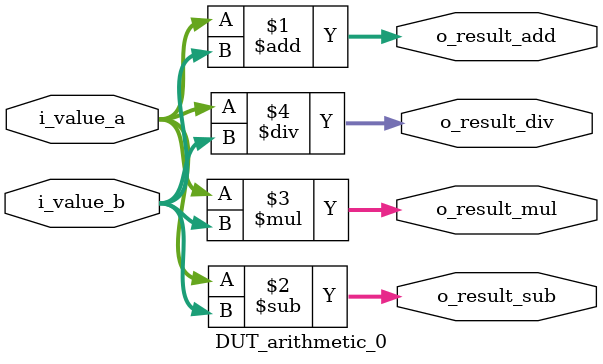
<source format=v>
`timescale 1ns/1ps
module DUT_arithmetic_0(
        input  [7:0] i_value_a,
        input  [7:0] i_value_b,
        output [7:0] o_result_add,
        output [7:0] o_result_sub,
        output [7:0] o_result_mul,
        output [7:0] o_result_div
);

assign o_result_add = i_value_a + i_value_b;
assign o_result_sub = i_value_a - i_value_b;
assign o_result_mul = i_value_a * i_value_b;
assign o_result_div = i_value_a / i_value_b;

endmodule

</source>
